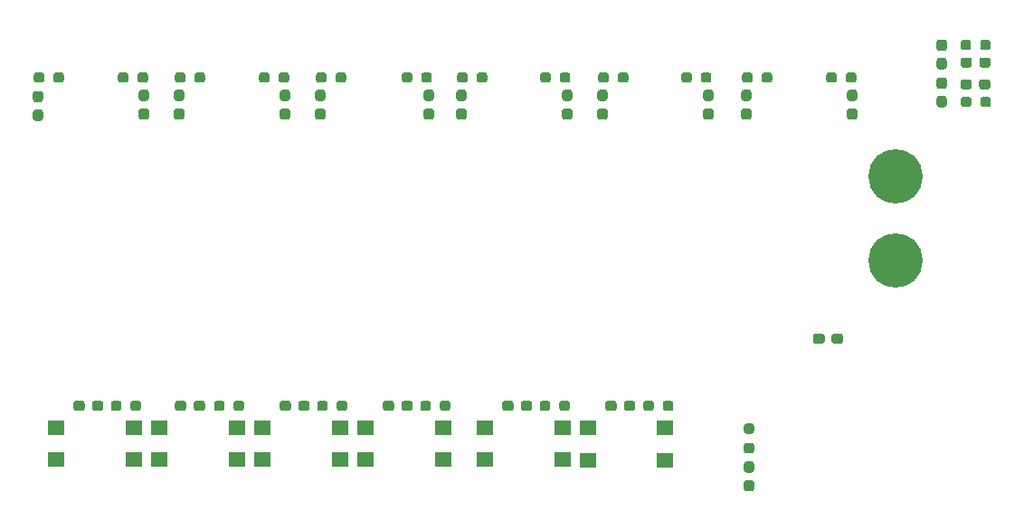
<source format=gbr>
%TF.GenerationSoftware,KiCad,Pcbnew,(5.1.10)-1*%
%TF.CreationDate,2022-03-09T20:01:01-06:00*%
%TF.ProjectId,Driveboard_2022,44726976-6562-46f6-9172-645f32303232,rev?*%
%TF.SameCoordinates,Original*%
%TF.FileFunction,Paste,Top*%
%TF.FilePolarity,Positive*%
%FSLAX46Y46*%
G04 Gerber Fmt 4.6, Leading zero omitted, Abs format (unit mm)*
G04 Created by KiCad (PCBNEW (5.1.10)-1) date 2022-03-09 20:01:01*
%MOMM*%
%LPD*%
G01*
G04 APERTURE LIST*
%ADD10R,1.600000X1.400000*%
%ADD11C,5.080000*%
G04 APERTURE END LIST*
%TO.C,C2*%
G36*
G01*
X103486000Y-57451000D02*
X103486000Y-56976000D01*
G75*
G02*
X103723500Y-56738500I237500J0D01*
G01*
X104323500Y-56738500D01*
G75*
G02*
X104561000Y-56976000I0J-237500D01*
G01*
X104561000Y-57451000D01*
G75*
G02*
X104323500Y-57688500I-237500J0D01*
G01*
X103723500Y-57688500D01*
G75*
G02*
X103486000Y-57451000I0J237500D01*
G01*
G37*
G36*
G01*
X101761000Y-57451000D02*
X101761000Y-56976000D01*
G75*
G02*
X101998500Y-56738500I237500J0D01*
G01*
X102598500Y-56738500D01*
G75*
G02*
X102836000Y-56976000I0J-237500D01*
G01*
X102836000Y-57451000D01*
G75*
G02*
X102598500Y-57688500I-237500J0D01*
G01*
X101998500Y-57688500D01*
G75*
G02*
X101761000Y-57451000I0J237500D01*
G01*
G37*
%TD*%
%TO.C,LED18*%
G36*
G01*
X92185500Y-34956000D02*
X91710500Y-34956000D01*
G75*
G02*
X91473000Y-34718500I0J237500D01*
G01*
X91473000Y-34143500D01*
G75*
G02*
X91710500Y-33906000I237500J0D01*
G01*
X92185500Y-33906000D01*
G75*
G02*
X92423000Y-34143500I0J-237500D01*
G01*
X92423000Y-34718500D01*
G75*
G02*
X92185500Y-34956000I-237500J0D01*
G01*
G37*
G36*
G01*
X92185500Y-36706000D02*
X91710500Y-36706000D01*
G75*
G02*
X91473000Y-36468500I0J237500D01*
G01*
X91473000Y-35893500D01*
G75*
G02*
X91710500Y-35656000I237500J0D01*
G01*
X92185500Y-35656000D01*
G75*
G02*
X92423000Y-35893500I0J-237500D01*
G01*
X92423000Y-36468500D01*
G75*
G02*
X92185500Y-36706000I-237500J0D01*
G01*
G37*
%TD*%
%TO.C,R18*%
G36*
G01*
X91253500Y-33003500D02*
X91253500Y-32528500D01*
G75*
G02*
X91491000Y-32291000I237500J0D01*
G01*
X91991000Y-32291000D01*
G75*
G02*
X92228500Y-32528500I0J-237500D01*
G01*
X92228500Y-33003500D01*
G75*
G02*
X91991000Y-33241000I-237500J0D01*
G01*
X91491000Y-33241000D01*
G75*
G02*
X91253500Y-33003500I0J237500D01*
G01*
G37*
G36*
G01*
X89428500Y-33003500D02*
X89428500Y-32528500D01*
G75*
G02*
X89666000Y-32291000I237500J0D01*
G01*
X90166000Y-32291000D01*
G75*
G02*
X90403500Y-32528500I0J-237500D01*
G01*
X90403500Y-33003500D01*
G75*
G02*
X90166000Y-33241000I-237500J0D01*
G01*
X89666000Y-33241000D01*
G75*
G02*
X89428500Y-33003500I0J237500D01*
G01*
G37*
%TD*%
D10*
%TO.C,SW7*%
X87884000Y-65580000D03*
X80684000Y-65580000D03*
X87884000Y-68580000D03*
X80684000Y-68580000D03*
%TD*%
%TO.C,SW6*%
X67100000Y-65556000D03*
X59900000Y-65556000D03*
X67100000Y-68556000D03*
X59900000Y-68556000D03*
%TD*%
%TO.C,SW5*%
X47796000Y-65556000D03*
X40596000Y-65556000D03*
X47796000Y-68556000D03*
X40596000Y-68556000D03*
%TD*%
%TO.C,SW3*%
X78276000Y-65556000D03*
X71076000Y-65556000D03*
X78276000Y-68556000D03*
X71076000Y-68556000D03*
%TD*%
%TO.C,SW2*%
X57448000Y-65556000D03*
X50248000Y-65556000D03*
X57448000Y-68556000D03*
X50248000Y-68556000D03*
%TD*%
%TO.C,SW1*%
X38144000Y-65556000D03*
X30944000Y-65556000D03*
X38144000Y-68556000D03*
X30944000Y-68556000D03*
%TD*%
%TO.C,R21*%
G36*
G01*
X96095000Y-32528500D02*
X96095000Y-33003500D01*
G75*
G02*
X95857500Y-33241000I-237500J0D01*
G01*
X95357500Y-33241000D01*
G75*
G02*
X95120000Y-33003500I0J237500D01*
G01*
X95120000Y-32528500D01*
G75*
G02*
X95357500Y-32291000I237500J0D01*
G01*
X95857500Y-32291000D01*
G75*
G02*
X96095000Y-32528500I0J-237500D01*
G01*
G37*
G36*
G01*
X97920000Y-32528500D02*
X97920000Y-33003500D01*
G75*
G02*
X97682500Y-33241000I-237500J0D01*
G01*
X97182500Y-33241000D01*
G75*
G02*
X96945000Y-33003500I0J237500D01*
G01*
X96945000Y-32528500D01*
G75*
G02*
X97182500Y-32291000I237500J0D01*
G01*
X97682500Y-32291000D01*
G75*
G02*
X97920000Y-32528500I0J-237500D01*
G01*
G37*
%TD*%
%TO.C,R20*%
G36*
G01*
X104819000Y-33003500D02*
X104819000Y-32528500D01*
G75*
G02*
X105056500Y-32291000I237500J0D01*
G01*
X105556500Y-32291000D01*
G75*
G02*
X105794000Y-32528500I0J-237500D01*
G01*
X105794000Y-33003500D01*
G75*
G02*
X105556500Y-33241000I-237500J0D01*
G01*
X105056500Y-33241000D01*
G75*
G02*
X104819000Y-33003500I0J237500D01*
G01*
G37*
G36*
G01*
X102994000Y-33003500D02*
X102994000Y-32528500D01*
G75*
G02*
X103231500Y-32291000I237500J0D01*
G01*
X103731500Y-32291000D01*
G75*
G02*
X103969000Y-32528500I0J-237500D01*
G01*
X103969000Y-33003500D01*
G75*
G02*
X103731500Y-33241000I-237500J0D01*
G01*
X103231500Y-33241000D01*
G75*
G02*
X102994000Y-33003500I0J237500D01*
G01*
G37*
%TD*%
%TO.C,R19*%
G36*
G01*
X82633000Y-32528500D02*
X82633000Y-33003500D01*
G75*
G02*
X82395500Y-33241000I-237500J0D01*
G01*
X81895500Y-33241000D01*
G75*
G02*
X81658000Y-33003500I0J237500D01*
G01*
X81658000Y-32528500D01*
G75*
G02*
X81895500Y-32291000I237500J0D01*
G01*
X82395500Y-32291000D01*
G75*
G02*
X82633000Y-32528500I0J-237500D01*
G01*
G37*
G36*
G01*
X84458000Y-32528500D02*
X84458000Y-33003500D01*
G75*
G02*
X84220500Y-33241000I-237500J0D01*
G01*
X83720500Y-33241000D01*
G75*
G02*
X83483000Y-33003500I0J237500D01*
G01*
X83483000Y-32528500D01*
G75*
G02*
X83720500Y-32291000I237500J0D01*
G01*
X84220500Y-32291000D01*
G75*
G02*
X84458000Y-32528500I0J-237500D01*
G01*
G37*
%TD*%
%TO.C,R17*%
G36*
G01*
X69425000Y-32528500D02*
X69425000Y-33003500D01*
G75*
G02*
X69187500Y-33241000I-237500J0D01*
G01*
X68687500Y-33241000D01*
G75*
G02*
X68450000Y-33003500I0J237500D01*
G01*
X68450000Y-32528500D01*
G75*
G02*
X68687500Y-32291000I237500J0D01*
G01*
X69187500Y-32291000D01*
G75*
G02*
X69425000Y-32528500I0J-237500D01*
G01*
G37*
G36*
G01*
X71250000Y-32528500D02*
X71250000Y-33003500D01*
G75*
G02*
X71012500Y-33241000I-237500J0D01*
G01*
X70512500Y-33241000D01*
G75*
G02*
X70275000Y-33003500I0J237500D01*
G01*
X70275000Y-32528500D01*
G75*
G02*
X70512500Y-32291000I237500J0D01*
G01*
X71012500Y-32291000D01*
G75*
G02*
X71250000Y-32528500I0J-237500D01*
G01*
G37*
%TD*%
%TO.C,R16*%
G36*
G01*
X78045500Y-33003500D02*
X78045500Y-32528500D01*
G75*
G02*
X78283000Y-32291000I237500J0D01*
G01*
X78783000Y-32291000D01*
G75*
G02*
X79020500Y-32528500I0J-237500D01*
G01*
X79020500Y-33003500D01*
G75*
G02*
X78783000Y-33241000I-237500J0D01*
G01*
X78283000Y-33241000D01*
G75*
G02*
X78045500Y-33003500I0J237500D01*
G01*
G37*
G36*
G01*
X76220500Y-33003500D02*
X76220500Y-32528500D01*
G75*
G02*
X76458000Y-32291000I237500J0D01*
G01*
X76958000Y-32291000D01*
G75*
G02*
X77195500Y-32528500I0J-237500D01*
G01*
X77195500Y-33003500D01*
G75*
G02*
X76958000Y-33241000I-237500J0D01*
G01*
X76458000Y-33241000D01*
G75*
G02*
X76220500Y-33003500I0J237500D01*
G01*
G37*
%TD*%
%TO.C,R15*%
G36*
G01*
X56217000Y-32528500D02*
X56217000Y-33003500D01*
G75*
G02*
X55979500Y-33241000I-237500J0D01*
G01*
X55479500Y-33241000D01*
G75*
G02*
X55242000Y-33003500I0J237500D01*
G01*
X55242000Y-32528500D01*
G75*
G02*
X55479500Y-32291000I237500J0D01*
G01*
X55979500Y-32291000D01*
G75*
G02*
X56217000Y-32528500I0J-237500D01*
G01*
G37*
G36*
G01*
X58042000Y-32528500D02*
X58042000Y-33003500D01*
G75*
G02*
X57804500Y-33241000I-237500J0D01*
G01*
X57304500Y-33241000D01*
G75*
G02*
X57067000Y-33003500I0J237500D01*
G01*
X57067000Y-32528500D01*
G75*
G02*
X57304500Y-32291000I237500J0D01*
G01*
X57804500Y-32291000D01*
G75*
G02*
X58042000Y-32528500I0J-237500D01*
G01*
G37*
%TD*%
%TO.C,R14*%
G36*
G01*
X65091500Y-33003500D02*
X65091500Y-32528500D01*
G75*
G02*
X65329000Y-32291000I237500J0D01*
G01*
X65829000Y-32291000D01*
G75*
G02*
X66066500Y-32528500I0J-237500D01*
G01*
X66066500Y-33003500D01*
G75*
G02*
X65829000Y-33241000I-237500J0D01*
G01*
X65329000Y-33241000D01*
G75*
G02*
X65091500Y-33003500I0J237500D01*
G01*
G37*
G36*
G01*
X63266500Y-33003500D02*
X63266500Y-32528500D01*
G75*
G02*
X63504000Y-32291000I237500J0D01*
G01*
X64004000Y-32291000D01*
G75*
G02*
X64241500Y-32528500I0J-237500D01*
G01*
X64241500Y-33003500D01*
G75*
G02*
X64004000Y-33241000I-237500J0D01*
G01*
X63504000Y-33241000D01*
G75*
G02*
X63266500Y-33003500I0J237500D01*
G01*
G37*
%TD*%
%TO.C,R13*%
G36*
G01*
X43009000Y-32528500D02*
X43009000Y-33003500D01*
G75*
G02*
X42771500Y-33241000I-237500J0D01*
G01*
X42271500Y-33241000D01*
G75*
G02*
X42034000Y-33003500I0J237500D01*
G01*
X42034000Y-32528500D01*
G75*
G02*
X42271500Y-32291000I237500J0D01*
G01*
X42771500Y-32291000D01*
G75*
G02*
X43009000Y-32528500I0J-237500D01*
G01*
G37*
G36*
G01*
X44834000Y-32528500D02*
X44834000Y-33003500D01*
G75*
G02*
X44596500Y-33241000I-237500J0D01*
G01*
X44096500Y-33241000D01*
G75*
G02*
X43859000Y-33003500I0J237500D01*
G01*
X43859000Y-32528500D01*
G75*
G02*
X44096500Y-32291000I237500J0D01*
G01*
X44596500Y-32291000D01*
G75*
G02*
X44834000Y-32528500I0J-237500D01*
G01*
G37*
%TD*%
%TO.C,R12*%
G36*
G01*
X51733000Y-33003500D02*
X51733000Y-32528500D01*
G75*
G02*
X51970500Y-32291000I237500J0D01*
G01*
X52470500Y-32291000D01*
G75*
G02*
X52708000Y-32528500I0J-237500D01*
G01*
X52708000Y-33003500D01*
G75*
G02*
X52470500Y-33241000I-237500J0D01*
G01*
X51970500Y-33241000D01*
G75*
G02*
X51733000Y-33003500I0J237500D01*
G01*
G37*
G36*
G01*
X49908000Y-33003500D02*
X49908000Y-32528500D01*
G75*
G02*
X50145500Y-32291000I237500J0D01*
G01*
X50645500Y-32291000D01*
G75*
G02*
X50883000Y-32528500I0J-237500D01*
G01*
X50883000Y-33003500D01*
G75*
G02*
X50645500Y-33241000I-237500J0D01*
G01*
X50145500Y-33241000D01*
G75*
G02*
X49908000Y-33003500I0J237500D01*
G01*
G37*
%TD*%
%TO.C,R11*%
G36*
G01*
X29801000Y-32528500D02*
X29801000Y-33003500D01*
G75*
G02*
X29563500Y-33241000I-237500J0D01*
G01*
X29063500Y-33241000D01*
G75*
G02*
X28826000Y-33003500I0J237500D01*
G01*
X28826000Y-32528500D01*
G75*
G02*
X29063500Y-32291000I237500J0D01*
G01*
X29563500Y-32291000D01*
G75*
G02*
X29801000Y-32528500I0J-237500D01*
G01*
G37*
G36*
G01*
X31626000Y-32528500D02*
X31626000Y-33003500D01*
G75*
G02*
X31388500Y-33241000I-237500J0D01*
G01*
X30888500Y-33241000D01*
G75*
G02*
X30651000Y-33003500I0J237500D01*
G01*
X30651000Y-32528500D01*
G75*
G02*
X30888500Y-32291000I237500J0D01*
G01*
X31388500Y-32291000D01*
G75*
G02*
X31626000Y-32528500I0J-237500D01*
G01*
G37*
%TD*%
%TO.C,R10*%
G36*
G01*
X38525000Y-33003500D02*
X38525000Y-32528500D01*
G75*
G02*
X38762500Y-32291000I237500J0D01*
G01*
X39262500Y-32291000D01*
G75*
G02*
X39500000Y-32528500I0J-237500D01*
G01*
X39500000Y-33003500D01*
G75*
G02*
X39262500Y-33241000I-237500J0D01*
G01*
X38762500Y-33241000D01*
G75*
G02*
X38525000Y-33003500I0J237500D01*
G01*
G37*
G36*
G01*
X36700000Y-33003500D02*
X36700000Y-32528500D01*
G75*
G02*
X36937500Y-32291000I237500J0D01*
G01*
X37437500Y-32291000D01*
G75*
G02*
X37675000Y-32528500I0J-237500D01*
G01*
X37675000Y-33003500D01*
G75*
G02*
X37437500Y-33241000I-237500J0D01*
G01*
X36937500Y-33241000D01*
G75*
G02*
X36700000Y-33003500I0J237500D01*
G01*
G37*
%TD*%
%TO.C,R9*%
G36*
G01*
X117415500Y-35289500D02*
X117415500Y-34814500D01*
G75*
G02*
X117653000Y-34577000I237500J0D01*
G01*
X118153000Y-34577000D01*
G75*
G02*
X118390500Y-34814500I0J-237500D01*
G01*
X118390500Y-35289500D01*
G75*
G02*
X118153000Y-35527000I-237500J0D01*
G01*
X117653000Y-35527000D01*
G75*
G02*
X117415500Y-35289500I0J237500D01*
G01*
G37*
G36*
G01*
X115590500Y-35289500D02*
X115590500Y-34814500D01*
G75*
G02*
X115828000Y-34577000I237500J0D01*
G01*
X116328000Y-34577000D01*
G75*
G02*
X116565500Y-34814500I0J-237500D01*
G01*
X116565500Y-35289500D01*
G75*
G02*
X116328000Y-35527000I-237500J0D01*
G01*
X115828000Y-35527000D01*
G75*
G02*
X115590500Y-35289500I0J237500D01*
G01*
G37*
%TD*%
%TO.C,R8*%
G36*
G01*
X117392000Y-29955500D02*
X117392000Y-29480500D01*
G75*
G02*
X117629500Y-29243000I237500J0D01*
G01*
X118129500Y-29243000D01*
G75*
G02*
X118367000Y-29480500I0J-237500D01*
G01*
X118367000Y-29955500D01*
G75*
G02*
X118129500Y-30193000I-237500J0D01*
G01*
X117629500Y-30193000D01*
G75*
G02*
X117392000Y-29955500I0J237500D01*
G01*
G37*
G36*
G01*
X115567000Y-29955500D02*
X115567000Y-29480500D01*
G75*
G02*
X115804500Y-29243000I237500J0D01*
G01*
X116304500Y-29243000D01*
G75*
G02*
X116542000Y-29480500I0J-237500D01*
G01*
X116542000Y-29955500D01*
G75*
G02*
X116304500Y-30193000I-237500J0D01*
G01*
X115804500Y-30193000D01*
G75*
G02*
X115567000Y-29955500I0J237500D01*
G01*
G37*
%TD*%
%TO.C,R7*%
G36*
G01*
X87697500Y-63737500D02*
X87697500Y-63262500D01*
G75*
G02*
X87935000Y-63025000I237500J0D01*
G01*
X88435000Y-63025000D01*
G75*
G02*
X88672500Y-63262500I0J-237500D01*
G01*
X88672500Y-63737500D01*
G75*
G02*
X88435000Y-63975000I-237500J0D01*
G01*
X87935000Y-63975000D01*
G75*
G02*
X87697500Y-63737500I0J237500D01*
G01*
G37*
G36*
G01*
X85872500Y-63737500D02*
X85872500Y-63262500D01*
G75*
G02*
X86110000Y-63025000I237500J0D01*
G01*
X86610000Y-63025000D01*
G75*
G02*
X86847500Y-63262500I0J-237500D01*
G01*
X86847500Y-63737500D01*
G75*
G02*
X86610000Y-63975000I-237500J0D01*
G01*
X86110000Y-63975000D01*
G75*
G02*
X85872500Y-63737500I0J237500D01*
G01*
G37*
%TD*%
%TO.C,R6*%
G36*
G01*
X66822500Y-63737500D02*
X66822500Y-63262500D01*
G75*
G02*
X67060000Y-63025000I237500J0D01*
G01*
X67560000Y-63025000D01*
G75*
G02*
X67797500Y-63262500I0J-237500D01*
G01*
X67797500Y-63737500D01*
G75*
G02*
X67560000Y-63975000I-237500J0D01*
G01*
X67060000Y-63975000D01*
G75*
G02*
X66822500Y-63737500I0J237500D01*
G01*
G37*
G36*
G01*
X64997500Y-63737500D02*
X64997500Y-63262500D01*
G75*
G02*
X65235000Y-63025000I237500J0D01*
G01*
X65735000Y-63025000D01*
G75*
G02*
X65972500Y-63262500I0J-237500D01*
G01*
X65972500Y-63737500D01*
G75*
G02*
X65735000Y-63975000I-237500J0D01*
G01*
X65235000Y-63975000D01*
G75*
G02*
X64997500Y-63737500I0J237500D01*
G01*
G37*
%TD*%
%TO.C,R5*%
G36*
G01*
X47518500Y-63737500D02*
X47518500Y-63262500D01*
G75*
G02*
X47756000Y-63025000I237500J0D01*
G01*
X48256000Y-63025000D01*
G75*
G02*
X48493500Y-63262500I0J-237500D01*
G01*
X48493500Y-63737500D01*
G75*
G02*
X48256000Y-63975000I-237500J0D01*
G01*
X47756000Y-63975000D01*
G75*
G02*
X47518500Y-63737500I0J237500D01*
G01*
G37*
G36*
G01*
X45693500Y-63737500D02*
X45693500Y-63262500D01*
G75*
G02*
X45931000Y-63025000I237500J0D01*
G01*
X46431000Y-63025000D01*
G75*
G02*
X46668500Y-63262500I0J-237500D01*
G01*
X46668500Y-63737500D01*
G75*
G02*
X46431000Y-63975000I-237500J0D01*
G01*
X45931000Y-63975000D01*
G75*
G02*
X45693500Y-63737500I0J237500D01*
G01*
G37*
%TD*%
%TO.C,R4*%
G36*
G01*
X95995500Y-66123000D02*
X95520500Y-66123000D01*
G75*
G02*
X95283000Y-65885500I0J237500D01*
G01*
X95283000Y-65385500D01*
G75*
G02*
X95520500Y-65148000I237500J0D01*
G01*
X95995500Y-65148000D01*
G75*
G02*
X96233000Y-65385500I0J-237500D01*
G01*
X96233000Y-65885500D01*
G75*
G02*
X95995500Y-66123000I-237500J0D01*
G01*
G37*
G36*
G01*
X95995500Y-67948000D02*
X95520500Y-67948000D01*
G75*
G02*
X95283000Y-67710500I0J237500D01*
G01*
X95283000Y-67210500D01*
G75*
G02*
X95520500Y-66973000I237500J0D01*
G01*
X95995500Y-66973000D01*
G75*
G02*
X96233000Y-67210500I0J-237500D01*
G01*
X96233000Y-67710500D01*
G75*
G02*
X95995500Y-67948000I-237500J0D01*
G01*
G37*
%TD*%
%TO.C,R3*%
G36*
G01*
X77998500Y-63737500D02*
X77998500Y-63262500D01*
G75*
G02*
X78236000Y-63025000I237500J0D01*
G01*
X78736000Y-63025000D01*
G75*
G02*
X78973500Y-63262500I0J-237500D01*
G01*
X78973500Y-63737500D01*
G75*
G02*
X78736000Y-63975000I-237500J0D01*
G01*
X78236000Y-63975000D01*
G75*
G02*
X77998500Y-63737500I0J237500D01*
G01*
G37*
G36*
G01*
X76173500Y-63737500D02*
X76173500Y-63262500D01*
G75*
G02*
X76411000Y-63025000I237500J0D01*
G01*
X76911000Y-63025000D01*
G75*
G02*
X77148500Y-63262500I0J-237500D01*
G01*
X77148500Y-63737500D01*
G75*
G02*
X76911000Y-63975000I-237500J0D01*
G01*
X76411000Y-63975000D01*
G75*
G02*
X76173500Y-63737500I0J237500D01*
G01*
G37*
%TD*%
%TO.C,R2*%
G36*
G01*
X57170500Y-63737500D02*
X57170500Y-63262500D01*
G75*
G02*
X57408000Y-63025000I237500J0D01*
G01*
X57908000Y-63025000D01*
G75*
G02*
X58145500Y-63262500I0J-237500D01*
G01*
X58145500Y-63737500D01*
G75*
G02*
X57908000Y-63975000I-237500J0D01*
G01*
X57408000Y-63975000D01*
G75*
G02*
X57170500Y-63737500I0J237500D01*
G01*
G37*
G36*
G01*
X55345500Y-63737500D02*
X55345500Y-63262500D01*
G75*
G02*
X55583000Y-63025000I237500J0D01*
G01*
X56083000Y-63025000D01*
G75*
G02*
X56320500Y-63262500I0J-237500D01*
G01*
X56320500Y-63737500D01*
G75*
G02*
X56083000Y-63975000I-237500J0D01*
G01*
X55583000Y-63975000D01*
G75*
G02*
X55345500Y-63737500I0J237500D01*
G01*
G37*
%TD*%
%TO.C,R1*%
G36*
G01*
X37866500Y-63737500D02*
X37866500Y-63262500D01*
G75*
G02*
X38104000Y-63025000I237500J0D01*
G01*
X38604000Y-63025000D01*
G75*
G02*
X38841500Y-63262500I0J-237500D01*
G01*
X38841500Y-63737500D01*
G75*
G02*
X38604000Y-63975000I-237500J0D01*
G01*
X38104000Y-63975000D01*
G75*
G02*
X37866500Y-63737500I0J237500D01*
G01*
G37*
G36*
G01*
X36041500Y-63737500D02*
X36041500Y-63262500D01*
G75*
G02*
X36279000Y-63025000I237500J0D01*
G01*
X36779000Y-63025000D01*
G75*
G02*
X37016500Y-63262500I0J-237500D01*
G01*
X37016500Y-63737500D01*
G75*
G02*
X36779000Y-63975000I-237500J0D01*
G01*
X36279000Y-63975000D01*
G75*
G02*
X36041500Y-63737500I0J237500D01*
G01*
G37*
%TD*%
%TO.C,LED21*%
G36*
G01*
X95741500Y-34956000D02*
X95266500Y-34956000D01*
G75*
G02*
X95029000Y-34718500I0J237500D01*
G01*
X95029000Y-34143500D01*
G75*
G02*
X95266500Y-33906000I237500J0D01*
G01*
X95741500Y-33906000D01*
G75*
G02*
X95979000Y-34143500I0J-237500D01*
G01*
X95979000Y-34718500D01*
G75*
G02*
X95741500Y-34956000I-237500J0D01*
G01*
G37*
G36*
G01*
X95741500Y-36706000D02*
X95266500Y-36706000D01*
G75*
G02*
X95029000Y-36468500I0J237500D01*
G01*
X95029000Y-35893500D01*
G75*
G02*
X95266500Y-35656000I237500J0D01*
G01*
X95741500Y-35656000D01*
G75*
G02*
X95979000Y-35893500I0J-237500D01*
G01*
X95979000Y-36468500D01*
G75*
G02*
X95741500Y-36706000I-237500J0D01*
G01*
G37*
%TD*%
%TO.C,LED20*%
G36*
G01*
X105647500Y-34956000D02*
X105172500Y-34956000D01*
G75*
G02*
X104935000Y-34718500I0J237500D01*
G01*
X104935000Y-34143500D01*
G75*
G02*
X105172500Y-33906000I237500J0D01*
G01*
X105647500Y-33906000D01*
G75*
G02*
X105885000Y-34143500I0J-237500D01*
G01*
X105885000Y-34718500D01*
G75*
G02*
X105647500Y-34956000I-237500J0D01*
G01*
G37*
G36*
G01*
X105647500Y-36706000D02*
X105172500Y-36706000D01*
G75*
G02*
X104935000Y-36468500I0J237500D01*
G01*
X104935000Y-35893500D01*
G75*
G02*
X105172500Y-35656000I237500J0D01*
G01*
X105647500Y-35656000D01*
G75*
G02*
X105885000Y-35893500I0J-237500D01*
G01*
X105885000Y-36468500D01*
G75*
G02*
X105647500Y-36706000I-237500J0D01*
G01*
G37*
%TD*%
%TO.C,LED19*%
G36*
G01*
X82279500Y-34956000D02*
X81804500Y-34956000D01*
G75*
G02*
X81567000Y-34718500I0J237500D01*
G01*
X81567000Y-34143500D01*
G75*
G02*
X81804500Y-33906000I237500J0D01*
G01*
X82279500Y-33906000D01*
G75*
G02*
X82517000Y-34143500I0J-237500D01*
G01*
X82517000Y-34718500D01*
G75*
G02*
X82279500Y-34956000I-237500J0D01*
G01*
G37*
G36*
G01*
X82279500Y-36706000D02*
X81804500Y-36706000D01*
G75*
G02*
X81567000Y-36468500I0J237500D01*
G01*
X81567000Y-35893500D01*
G75*
G02*
X81804500Y-35656000I237500J0D01*
G01*
X82279500Y-35656000D01*
G75*
G02*
X82517000Y-35893500I0J-237500D01*
G01*
X82517000Y-36468500D01*
G75*
G02*
X82279500Y-36706000I-237500J0D01*
G01*
G37*
%TD*%
%TO.C,LED17*%
G36*
G01*
X69071500Y-34956000D02*
X68596500Y-34956000D01*
G75*
G02*
X68359000Y-34718500I0J237500D01*
G01*
X68359000Y-34143500D01*
G75*
G02*
X68596500Y-33906000I237500J0D01*
G01*
X69071500Y-33906000D01*
G75*
G02*
X69309000Y-34143500I0J-237500D01*
G01*
X69309000Y-34718500D01*
G75*
G02*
X69071500Y-34956000I-237500J0D01*
G01*
G37*
G36*
G01*
X69071500Y-36706000D02*
X68596500Y-36706000D01*
G75*
G02*
X68359000Y-36468500I0J237500D01*
G01*
X68359000Y-35893500D01*
G75*
G02*
X68596500Y-35656000I237500J0D01*
G01*
X69071500Y-35656000D01*
G75*
G02*
X69309000Y-35893500I0J-237500D01*
G01*
X69309000Y-36468500D01*
G75*
G02*
X69071500Y-36706000I-237500J0D01*
G01*
G37*
%TD*%
%TO.C,LED16*%
G36*
G01*
X78977500Y-34956000D02*
X78502500Y-34956000D01*
G75*
G02*
X78265000Y-34718500I0J237500D01*
G01*
X78265000Y-34143500D01*
G75*
G02*
X78502500Y-33906000I237500J0D01*
G01*
X78977500Y-33906000D01*
G75*
G02*
X79215000Y-34143500I0J-237500D01*
G01*
X79215000Y-34718500D01*
G75*
G02*
X78977500Y-34956000I-237500J0D01*
G01*
G37*
G36*
G01*
X78977500Y-36706000D02*
X78502500Y-36706000D01*
G75*
G02*
X78265000Y-36468500I0J237500D01*
G01*
X78265000Y-35893500D01*
G75*
G02*
X78502500Y-35656000I237500J0D01*
G01*
X78977500Y-35656000D01*
G75*
G02*
X79215000Y-35893500I0J-237500D01*
G01*
X79215000Y-36468500D01*
G75*
G02*
X78977500Y-36706000I-237500J0D01*
G01*
G37*
%TD*%
%TO.C,LED15*%
G36*
G01*
X55863500Y-34956000D02*
X55388500Y-34956000D01*
G75*
G02*
X55151000Y-34718500I0J237500D01*
G01*
X55151000Y-34143500D01*
G75*
G02*
X55388500Y-33906000I237500J0D01*
G01*
X55863500Y-33906000D01*
G75*
G02*
X56101000Y-34143500I0J-237500D01*
G01*
X56101000Y-34718500D01*
G75*
G02*
X55863500Y-34956000I-237500J0D01*
G01*
G37*
G36*
G01*
X55863500Y-36706000D02*
X55388500Y-36706000D01*
G75*
G02*
X55151000Y-36468500I0J237500D01*
G01*
X55151000Y-35893500D01*
G75*
G02*
X55388500Y-35656000I237500J0D01*
G01*
X55863500Y-35656000D01*
G75*
G02*
X56101000Y-35893500I0J-237500D01*
G01*
X56101000Y-36468500D01*
G75*
G02*
X55863500Y-36706000I-237500J0D01*
G01*
G37*
%TD*%
%TO.C,LED14*%
G36*
G01*
X66023500Y-34956000D02*
X65548500Y-34956000D01*
G75*
G02*
X65311000Y-34718500I0J237500D01*
G01*
X65311000Y-34143500D01*
G75*
G02*
X65548500Y-33906000I237500J0D01*
G01*
X66023500Y-33906000D01*
G75*
G02*
X66261000Y-34143500I0J-237500D01*
G01*
X66261000Y-34718500D01*
G75*
G02*
X66023500Y-34956000I-237500J0D01*
G01*
G37*
G36*
G01*
X66023500Y-36706000D02*
X65548500Y-36706000D01*
G75*
G02*
X65311000Y-36468500I0J237500D01*
G01*
X65311000Y-35893500D01*
G75*
G02*
X65548500Y-35656000I237500J0D01*
G01*
X66023500Y-35656000D01*
G75*
G02*
X66261000Y-35893500I0J-237500D01*
G01*
X66261000Y-36468500D01*
G75*
G02*
X66023500Y-36706000I-237500J0D01*
G01*
G37*
%TD*%
%TO.C,LED13*%
G36*
G01*
X42655500Y-34956000D02*
X42180500Y-34956000D01*
G75*
G02*
X41943000Y-34718500I0J237500D01*
G01*
X41943000Y-34143500D01*
G75*
G02*
X42180500Y-33906000I237500J0D01*
G01*
X42655500Y-33906000D01*
G75*
G02*
X42893000Y-34143500I0J-237500D01*
G01*
X42893000Y-34718500D01*
G75*
G02*
X42655500Y-34956000I-237500J0D01*
G01*
G37*
G36*
G01*
X42655500Y-36706000D02*
X42180500Y-36706000D01*
G75*
G02*
X41943000Y-36468500I0J237500D01*
G01*
X41943000Y-35893500D01*
G75*
G02*
X42180500Y-35656000I237500J0D01*
G01*
X42655500Y-35656000D01*
G75*
G02*
X42893000Y-35893500I0J-237500D01*
G01*
X42893000Y-36468500D01*
G75*
G02*
X42655500Y-36706000I-237500J0D01*
G01*
G37*
%TD*%
%TO.C,LED12*%
G36*
G01*
X52561500Y-34956000D02*
X52086500Y-34956000D01*
G75*
G02*
X51849000Y-34718500I0J237500D01*
G01*
X51849000Y-34143500D01*
G75*
G02*
X52086500Y-33906000I237500J0D01*
G01*
X52561500Y-33906000D01*
G75*
G02*
X52799000Y-34143500I0J-237500D01*
G01*
X52799000Y-34718500D01*
G75*
G02*
X52561500Y-34956000I-237500J0D01*
G01*
G37*
G36*
G01*
X52561500Y-36706000D02*
X52086500Y-36706000D01*
G75*
G02*
X51849000Y-36468500I0J237500D01*
G01*
X51849000Y-35893500D01*
G75*
G02*
X52086500Y-35656000I237500J0D01*
G01*
X52561500Y-35656000D01*
G75*
G02*
X52799000Y-35893500I0J-237500D01*
G01*
X52799000Y-36468500D01*
G75*
G02*
X52561500Y-36706000I-237500J0D01*
G01*
G37*
%TD*%
%TO.C,LED11*%
G36*
G01*
X29447500Y-35069000D02*
X28972500Y-35069000D01*
G75*
G02*
X28735000Y-34831500I0J237500D01*
G01*
X28735000Y-34256500D01*
G75*
G02*
X28972500Y-34019000I237500J0D01*
G01*
X29447500Y-34019000D01*
G75*
G02*
X29685000Y-34256500I0J-237500D01*
G01*
X29685000Y-34831500D01*
G75*
G02*
X29447500Y-35069000I-237500J0D01*
G01*
G37*
G36*
G01*
X29447500Y-36819000D02*
X28972500Y-36819000D01*
G75*
G02*
X28735000Y-36581500I0J237500D01*
G01*
X28735000Y-36006500D01*
G75*
G02*
X28972500Y-35769000I237500J0D01*
G01*
X29447500Y-35769000D01*
G75*
G02*
X29685000Y-36006500I0J-237500D01*
G01*
X29685000Y-36581500D01*
G75*
G02*
X29447500Y-36819000I-237500J0D01*
G01*
G37*
%TD*%
%TO.C,LED10*%
G36*
G01*
X39353500Y-34956000D02*
X38878500Y-34956000D01*
G75*
G02*
X38641000Y-34718500I0J237500D01*
G01*
X38641000Y-34143500D01*
G75*
G02*
X38878500Y-33906000I237500J0D01*
G01*
X39353500Y-33906000D01*
G75*
G02*
X39591000Y-34143500I0J-237500D01*
G01*
X39591000Y-34718500D01*
G75*
G02*
X39353500Y-34956000I-237500J0D01*
G01*
G37*
G36*
G01*
X39353500Y-36706000D02*
X38878500Y-36706000D01*
G75*
G02*
X38641000Y-36468500I0J237500D01*
G01*
X38641000Y-35893500D01*
G75*
G02*
X38878500Y-35656000I237500J0D01*
G01*
X39353500Y-35656000D01*
G75*
G02*
X39591000Y-35893500I0J-237500D01*
G01*
X39591000Y-36468500D01*
G75*
G02*
X39353500Y-36706000I-237500J0D01*
G01*
G37*
%TD*%
%TO.C,LED9*%
G36*
G01*
X117303000Y-33638500D02*
X117303000Y-33163500D01*
G75*
G02*
X117540500Y-32926000I237500J0D01*
G01*
X118115500Y-32926000D01*
G75*
G02*
X118353000Y-33163500I0J-237500D01*
G01*
X118353000Y-33638500D01*
G75*
G02*
X118115500Y-33876000I-237500J0D01*
G01*
X117540500Y-33876000D01*
G75*
G02*
X117303000Y-33638500I0J237500D01*
G01*
G37*
G36*
G01*
X115553000Y-33638500D02*
X115553000Y-33163500D01*
G75*
G02*
X115790500Y-32926000I237500J0D01*
G01*
X116365500Y-32926000D01*
G75*
G02*
X116603000Y-33163500I0J-237500D01*
G01*
X116603000Y-33638500D01*
G75*
G02*
X116365500Y-33876000I-237500J0D01*
G01*
X115790500Y-33876000D01*
G75*
G02*
X115553000Y-33638500I0J237500D01*
G01*
G37*
%TD*%
%TO.C,LED8*%
G36*
G01*
X117317000Y-31606500D02*
X117317000Y-31131500D01*
G75*
G02*
X117554500Y-30894000I237500J0D01*
G01*
X118129500Y-30894000D01*
G75*
G02*
X118367000Y-31131500I0J-237500D01*
G01*
X118367000Y-31606500D01*
G75*
G02*
X118129500Y-31844000I-237500J0D01*
G01*
X117554500Y-31844000D01*
G75*
G02*
X117317000Y-31606500I0J237500D01*
G01*
G37*
G36*
G01*
X115567000Y-31606500D02*
X115567000Y-31131500D01*
G75*
G02*
X115804500Y-30894000I237500J0D01*
G01*
X116379500Y-30894000D01*
G75*
G02*
X116617000Y-31131500I0J-237500D01*
G01*
X116617000Y-31606500D01*
G75*
G02*
X116379500Y-31844000I-237500J0D01*
G01*
X115804500Y-31844000D01*
G75*
G02*
X115567000Y-31606500I0J237500D01*
G01*
G37*
%TD*%
%TO.C,LED7*%
G36*
G01*
X84057000Y-63737500D02*
X84057000Y-63262500D01*
G75*
G02*
X84294500Y-63025000I237500J0D01*
G01*
X84869500Y-63025000D01*
G75*
G02*
X85107000Y-63262500I0J-237500D01*
G01*
X85107000Y-63737500D01*
G75*
G02*
X84869500Y-63975000I-237500J0D01*
G01*
X84294500Y-63975000D01*
G75*
G02*
X84057000Y-63737500I0J237500D01*
G01*
G37*
G36*
G01*
X82307000Y-63737500D02*
X82307000Y-63262500D01*
G75*
G02*
X82544500Y-63025000I237500J0D01*
G01*
X83119500Y-63025000D01*
G75*
G02*
X83357000Y-63262500I0J-237500D01*
G01*
X83357000Y-63737500D01*
G75*
G02*
X83119500Y-63975000I-237500J0D01*
G01*
X82544500Y-63975000D01*
G75*
G02*
X82307000Y-63737500I0J237500D01*
G01*
G37*
%TD*%
%TO.C,LED6*%
G36*
G01*
X63229000Y-63737500D02*
X63229000Y-63262500D01*
G75*
G02*
X63466500Y-63025000I237500J0D01*
G01*
X64041500Y-63025000D01*
G75*
G02*
X64279000Y-63262500I0J-237500D01*
G01*
X64279000Y-63737500D01*
G75*
G02*
X64041500Y-63975000I-237500J0D01*
G01*
X63466500Y-63975000D01*
G75*
G02*
X63229000Y-63737500I0J237500D01*
G01*
G37*
G36*
G01*
X61479000Y-63737500D02*
X61479000Y-63262500D01*
G75*
G02*
X61716500Y-63025000I237500J0D01*
G01*
X62291500Y-63025000D01*
G75*
G02*
X62529000Y-63262500I0J-237500D01*
G01*
X62529000Y-63737500D01*
G75*
G02*
X62291500Y-63975000I-237500J0D01*
G01*
X61716500Y-63975000D01*
G75*
G02*
X61479000Y-63737500I0J237500D01*
G01*
G37*
%TD*%
%TO.C,LED5*%
G36*
G01*
X43784000Y-63737500D02*
X43784000Y-63262500D01*
G75*
G02*
X44021500Y-63025000I237500J0D01*
G01*
X44596500Y-63025000D01*
G75*
G02*
X44834000Y-63262500I0J-237500D01*
G01*
X44834000Y-63737500D01*
G75*
G02*
X44596500Y-63975000I-237500J0D01*
G01*
X44021500Y-63975000D01*
G75*
G02*
X43784000Y-63737500I0J237500D01*
G01*
G37*
G36*
G01*
X42034000Y-63737500D02*
X42034000Y-63262500D01*
G75*
G02*
X42271500Y-63025000I237500J0D01*
G01*
X42846500Y-63025000D01*
G75*
G02*
X43084000Y-63262500I0J-237500D01*
G01*
X43084000Y-63737500D01*
G75*
G02*
X42846500Y-63975000I-237500J0D01*
G01*
X42271500Y-63975000D01*
G75*
G02*
X42034000Y-63737500I0J237500D01*
G01*
G37*
%TD*%
%TO.C,LED4*%
G36*
G01*
X95995500Y-69754000D02*
X95520500Y-69754000D01*
G75*
G02*
X95283000Y-69516500I0J237500D01*
G01*
X95283000Y-68941500D01*
G75*
G02*
X95520500Y-68704000I237500J0D01*
G01*
X95995500Y-68704000D01*
G75*
G02*
X96233000Y-68941500I0J-237500D01*
G01*
X96233000Y-69516500D01*
G75*
G02*
X95995500Y-69754000I-237500J0D01*
G01*
G37*
G36*
G01*
X95995500Y-71504000D02*
X95520500Y-71504000D01*
G75*
G02*
X95283000Y-71266500I0J237500D01*
G01*
X95283000Y-70691500D01*
G75*
G02*
X95520500Y-70454000I237500J0D01*
G01*
X95995500Y-70454000D01*
G75*
G02*
X96233000Y-70691500I0J-237500D01*
G01*
X96233000Y-71266500D01*
G75*
G02*
X95995500Y-71504000I-237500J0D01*
G01*
G37*
%TD*%
%TO.C,LED3*%
G36*
G01*
X74405000Y-63737500D02*
X74405000Y-63262500D01*
G75*
G02*
X74642500Y-63025000I237500J0D01*
G01*
X75217500Y-63025000D01*
G75*
G02*
X75455000Y-63262500I0J-237500D01*
G01*
X75455000Y-63737500D01*
G75*
G02*
X75217500Y-63975000I-237500J0D01*
G01*
X74642500Y-63975000D01*
G75*
G02*
X74405000Y-63737500I0J237500D01*
G01*
G37*
G36*
G01*
X72655000Y-63737500D02*
X72655000Y-63262500D01*
G75*
G02*
X72892500Y-63025000I237500J0D01*
G01*
X73467500Y-63025000D01*
G75*
G02*
X73705000Y-63262500I0J-237500D01*
G01*
X73705000Y-63737500D01*
G75*
G02*
X73467500Y-63975000I-237500J0D01*
G01*
X72892500Y-63975000D01*
G75*
G02*
X72655000Y-63737500I0J237500D01*
G01*
G37*
%TD*%
%TO.C,LED2*%
G36*
G01*
X53577000Y-63737500D02*
X53577000Y-63262500D01*
G75*
G02*
X53814500Y-63025000I237500J0D01*
G01*
X54389500Y-63025000D01*
G75*
G02*
X54627000Y-63262500I0J-237500D01*
G01*
X54627000Y-63737500D01*
G75*
G02*
X54389500Y-63975000I-237500J0D01*
G01*
X53814500Y-63975000D01*
G75*
G02*
X53577000Y-63737500I0J237500D01*
G01*
G37*
G36*
G01*
X51827000Y-63737500D02*
X51827000Y-63262500D01*
G75*
G02*
X52064500Y-63025000I237500J0D01*
G01*
X52639500Y-63025000D01*
G75*
G02*
X52877000Y-63262500I0J-237500D01*
G01*
X52877000Y-63737500D01*
G75*
G02*
X52639500Y-63975000I-237500J0D01*
G01*
X52064500Y-63975000D01*
G75*
G02*
X51827000Y-63737500I0J237500D01*
G01*
G37*
%TD*%
%TO.C,LED1*%
G36*
G01*
X34273000Y-63737500D02*
X34273000Y-63262500D01*
G75*
G02*
X34510500Y-63025000I237500J0D01*
G01*
X35085500Y-63025000D01*
G75*
G02*
X35323000Y-63262500I0J-237500D01*
G01*
X35323000Y-63737500D01*
G75*
G02*
X35085500Y-63975000I-237500J0D01*
G01*
X34510500Y-63975000D01*
G75*
G02*
X34273000Y-63737500I0J237500D01*
G01*
G37*
G36*
G01*
X32523000Y-63737500D02*
X32523000Y-63262500D01*
G75*
G02*
X32760500Y-63025000I237500J0D01*
G01*
X33335500Y-63025000D01*
G75*
G02*
X33573000Y-63262500I0J-237500D01*
G01*
X33573000Y-63737500D01*
G75*
G02*
X33335500Y-63975000I-237500J0D01*
G01*
X32760500Y-63975000D01*
G75*
G02*
X32523000Y-63737500I0J237500D01*
G01*
G37*
%TD*%
D11*
%TO.C,Conn13*%
X109448600Y-49911000D03*
X109448600Y-42037000D03*
%TD*%
%TO.C,C5*%
G36*
G01*
X113554500Y-30932000D02*
X114029500Y-30932000D01*
G75*
G02*
X114267000Y-31169500I0J-237500D01*
G01*
X114267000Y-31769500D01*
G75*
G02*
X114029500Y-32007000I-237500J0D01*
G01*
X113554500Y-32007000D01*
G75*
G02*
X113317000Y-31769500I0J237500D01*
G01*
X113317000Y-31169500D01*
G75*
G02*
X113554500Y-30932000I237500J0D01*
G01*
G37*
G36*
G01*
X113554500Y-29207000D02*
X114029500Y-29207000D01*
G75*
G02*
X114267000Y-29444500I0J-237500D01*
G01*
X114267000Y-30044500D01*
G75*
G02*
X114029500Y-30282000I-237500J0D01*
G01*
X113554500Y-30282000D01*
G75*
G02*
X113317000Y-30044500I0J237500D01*
G01*
X113317000Y-29444500D01*
G75*
G02*
X113554500Y-29207000I237500J0D01*
G01*
G37*
%TD*%
%TO.C,C1*%
G36*
G01*
X114029500Y-33838000D02*
X113554500Y-33838000D01*
G75*
G02*
X113317000Y-33600500I0J237500D01*
G01*
X113317000Y-33000500D01*
G75*
G02*
X113554500Y-32763000I237500J0D01*
G01*
X114029500Y-32763000D01*
G75*
G02*
X114267000Y-33000500I0J-237500D01*
G01*
X114267000Y-33600500D01*
G75*
G02*
X114029500Y-33838000I-237500J0D01*
G01*
G37*
G36*
G01*
X114029500Y-35563000D02*
X113554500Y-35563000D01*
G75*
G02*
X113317000Y-35325500I0J237500D01*
G01*
X113317000Y-34725500D01*
G75*
G02*
X113554500Y-34488000I237500J0D01*
G01*
X114029500Y-34488000D01*
G75*
G02*
X114267000Y-34725500I0J-237500D01*
G01*
X114267000Y-35325500D01*
G75*
G02*
X114029500Y-35563000I-237500J0D01*
G01*
G37*
%TD*%
M02*

</source>
